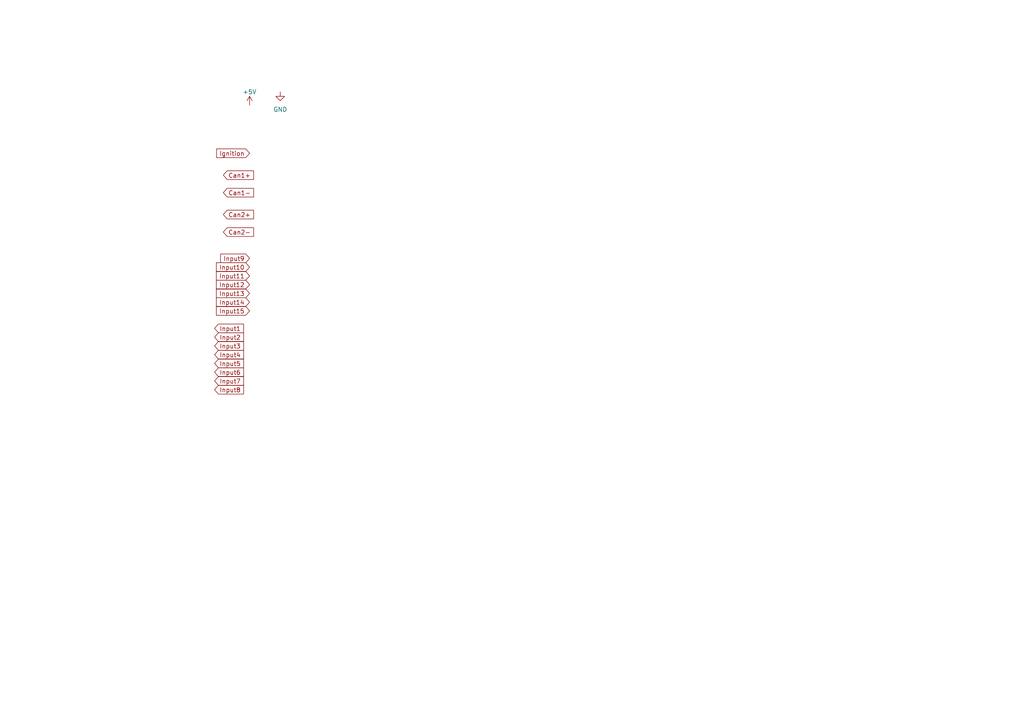
<source format=kicad_sch>
(kicad_sch (version 20230121) (generator eeschema)
  (paper "A4")
  (lib_symbols
    (symbol "power:+5V" (power) (pin_names (offset 0))
      (property "Value" "+5V" (at 0 3.556 0))
      (symbol "+5V_0_1"
        (polyline (pts (xy -0.762 1.27) (xy 0 2.54)))
        (polyline (pts (xy 0 0) (xy 0 2.54)))
        (polyline (pts (xy 0 2.54) (xy 0.762 1.27)))
      )
      (symbol "+5V_1_1"
        (pin power_in line (at 0 0 90) (length 0) hide (name "+5V") (number "1"))
      )
    )
    (symbol "power:GND" (power) (pin_names (offset 0))
      (property "Value" "GND" (at 0 -3.81 0))
      (symbol "GND_0_1"
        (polyline (pts (xy 0 0) (xy 0 -1.27) (xy 1.27 -1.27) (xy 0 -2.54) (xy -1.27 -1.27) (xy 0 -1.27)))
      )
      (symbol "GND_1_1"
        (pin power_in line (at 0 0 270) (length 0) hide (name "GND") (number "1"))
      )
    )
  )
  (global_label "Can1-" (shape input) (at 64.77 55.88 0) (property "Intersheetrefs" "${INTERSHEET_REFS}" (effects hide)))
  (global_label "Input8" (shape input) (at 62.23 113.03 0) (property "Intersheetrefs" "${INTERSHEET_REFS}" (effects hide)))
  (global_label "Input9" (shape input) (at 72.39 74.93 180) (property "Intersheetrefs" "${INTERSHEET_REFS}" (effects hide)))
  (global_label "Input2" (shape input) (at 62.23 97.79 0) (property "Intersheetrefs" "${INTERSHEET_REFS}" (effects hide)))
  (global_label "Input14" (shape input) (at 72.39 87.63 180) (property "Intersheetrefs" "${INTERSHEET_REFS}" (effects hide)))
  (global_label "Input11" (shape input) (at 72.39 80.01 180) (property "Intersheetrefs" "${INTERSHEET_REFS}" (effects hide)))
  (global_label "Input3" (shape input) (at 62.23 100.33 0) (property "Intersheetrefs" "${INTERSHEET_REFS}" (effects hide)))
  (global_label "Input1" (shape input) (at 62.23 95.25 0) (property "Intersheetrefs" "${INTERSHEET_REFS}" (effects hide)))
  (global_label "Input12" (shape input) (at 72.39 82.55 180) (property "Intersheetrefs" "${INTERSHEET_REFS}" (effects hide)))
  (global_label "Can2-" (shape input) (at 64.77 67.31 0) (property "Intersheetrefs" "${INTERSHEET_REFS}" (effects hide)))
  (global_label "Input15" (shape input) (at 72.39 90.17 180) (property "Intersheetrefs" "${INTERSHEET_REFS}" (effects hide)))
  (global_label "Can2+" (shape input) (at 64.77 62.23 0) (property "Intersheetrefs" "${INTERSHEET_REFS}" (effects hide)))
  (global_label "Input5" (shape input) (at 62.23 105.41 0) (property "Intersheetrefs" "${INTERSHEET_REFS}" (effects hide)))
  (global_label "Input13" (shape input) (at 72.39 85.09 180) (property "Intersheetrefs" "${INTERSHEET_REFS}" (effects hide)))
  (global_label "Input7" (shape input) (at 62.23 110.49 0) (property "Intersheetrefs" "${INTERSHEET_REFS}" (effects hide)))
  (global_label "Ignition" (shape input) (at 72.39 44.45 180) (property "Intersheetrefs" "${INTERSHEET_REFS}" (effects hide)))
  (global_label "Input4" (shape input) (at 62.23 102.87 0) (property "Intersheetrefs" "${INTERSHEET_REFS}" (effects hide)))
  (global_label "Input6" (shape input) (at 62.23 107.95 0) (property "Intersheetrefs" "${INTERSHEET_REFS}" (effects hide)))
  (global_label "Input10" (shape input) (at 72.39 77.47 180) (property "Intersheetrefs" "${INTERSHEET_REFS}" (effects hide)))
  (global_label "Can1+" (shape input) (at 64.77 50.8 0) (property "Intersheetrefs" "${INTERSHEET_REFS}" (effects hide)))
  (symbol (lib_id "power:+5V") (at 72.39 30.48 0) (unit 1)
    (property "Reference" "#PWR017" (effects hide))
    (property "Value" "+5V" (at 72.39 26.67 0))
    (instances (project "Power Module Rev 5" (path "" (reference "#PWR017") (unit 1)) (path "" (reference "#PWR060") (unit 1))) (project "Brytec_InputModuleRev2" (path "" (reference "#PWR017") (unit 1)) (path "" (reference "#PWR045") (unit 1))))
  )
  (symbol (lib_id "power:GND") (at 81.28 26.67 0) (unit 1)
    (property "Reference" "#PWR044" (effects hide))
    (property "Value" "GND" (at 81.28 31.75 0))
    (instances (project "Power Module Rev 5" (path "" (reference "#PWR044") (unit 1)) (path "" (reference "#PWR066") (unit 1))) (project "Brytec_InputModuleRev2" (path "" (reference "#PWR044") (unit 1)) (path "" (reference "#PWR046") (unit 1))))
  )
)
</source>
